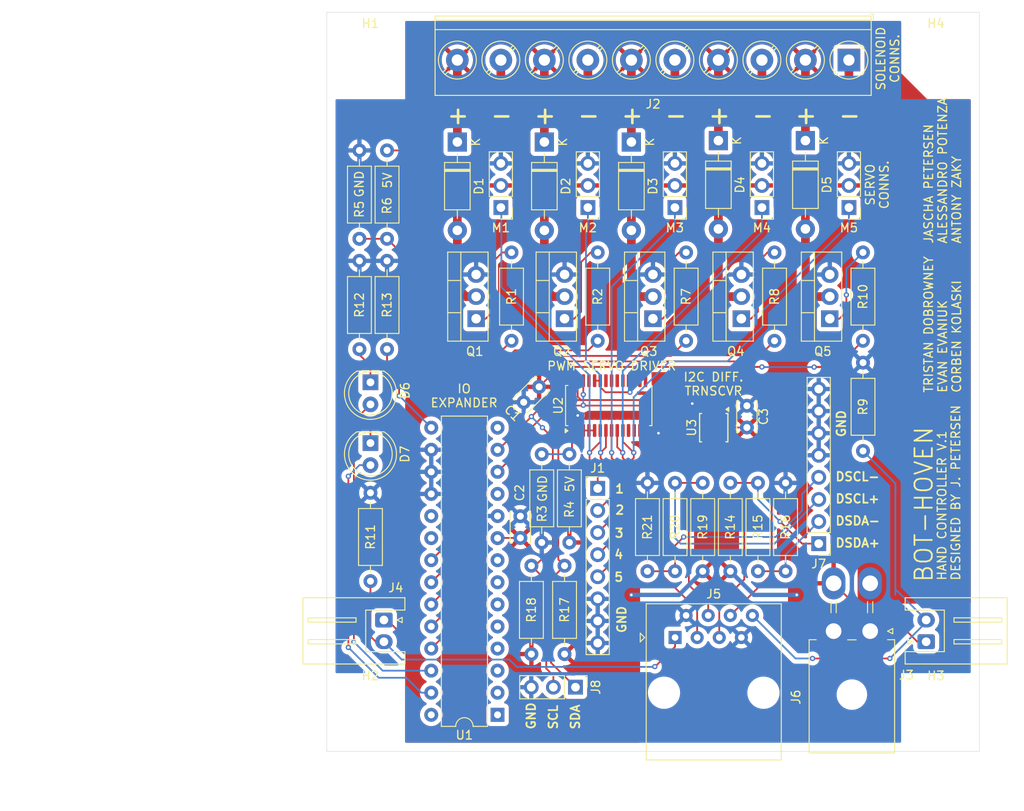
<source format=kicad_pcb>
(kicad_pcb (version 20240108) (generator "pcbnew") (generator_version "8.0")
  (layers (0 "F.Cu" signal) (31 "B.Cu" signal) (34 "B.Paste" user) (35 "F.Paste" user) (36 "B.SilkS" user "B.Silkscreen") (37 "F.SilkS" user "F.Silkscreen") (38 "B.Mask" user) (39 "F.Mask" user) (44 "Edge.Cuts" user))
  (net 0 "")
  (net 1 "+5V")
  (net 2 "GND")
  (net 3 "Net-(D1-A)")
  (net 4 "+12V")
  (net 5 "Net-(D2-A)")
  (net 6 "Net-(D3-A)")
  (net 7 "Net-(D4-A)")
  (net 8 "Net-(D5-A)")
  (net 9 "DSDA-")
  (net 10 "DSCL+")
  (net 11 "DSDA+")
  (net 12 "DSCL-")
  (net 13 "SDA")
  (net 14 "SCL")
  (net 15 "Net-(J1-Pin_1)")
  (net 16 "Net-(J1-Pin_3)")
  (net 17 "Net-(J1-Pin_4)")
  (net 18 "Net-(J1-Pin_2)")
  (net 19 "Net-(J1-Pin_5)")
  (net 20 "Net-(Q1-G)")
  (net 21 "Net-(Q2-G)")
  (net 22 "Net-(Q3-G)")
  (net 23 "Net-(Q4-G)")
  (net 24 "Net-(Q5-G)")
  (net 25 "Net-(U1-GPA0)")
  (net 26 "Net-(U1-GPA1)")
  (net 27 "Net-(U1-GPA2)")
  (net 28 "Net-(U1-GPA3)")
  (net 29 "Net-(U1-GPA4)")
  (net 43 "Net-(U2-A0)")
  (net 44 "Net-(U1-A0)")
  (net 55 "LED1")
  (net 56 "LED2")
  (net 57 "Net-(D6-K)")
  (net 58 "Net-(D7-K)")
  (net 61 "LIMIT_SW_R")
  (net 62 "LIMIT_SW_L")
  (footprint "Connector_PinHeader_2.54mm:PinHeader_1x03_P2.54mm_Vertical" (layer "F.Cu") (at 135 78.96 180)
    (property "Reference" "M1")
    (property "Value" "Motor_Servo")
  )
  (footprint "Package_TO_SOT_THT:TO-220-3_Vertical" (layer "F.Cu") (at 142.32 91.74 90)
    (property "Reference" "Q2")
    (property "Value" "Q_NMOS_GDS")
  )
  (footprint "Connector_PinHeader_2.54mm:PinHeader_1x03_P2.54mm_Vertical" (layer "F.Cu") (at 155 78.96 180)
    (property "Reference" "M3")
    (property "Value" "Motor_Servo")
  )
  (footprint "Resistor_THT:R_Axial_DIN0207_L6.3mm_D2.5mm_P10.16mm_Horizontal" (layer "F.Cu") (at 151.845 120.78 90)
    (property "Reference" "R21")
    (property "Value" "120R")
  )
  (footprint "Connector_JST:JST_XH_S2B-XH-A_1x02_P2.50mm_Horizontal" (layer "F.Cu") (at 121.56 126.385 -90)
    (property "Reference" "J4")
    (property "Value" "Conn_01x02")
  )
  (footprint "Diode_THT:D_DO-41_SOD81_P10.16mm_Horizontal" (layer "F.Cu") (at 140 71.42 -90)
    (property "Reference" "D2")
    (property "Value" "1N5819")
  )
  (footprint "Resistor_THT:R_Axial_DIN0207_L6.3mm_D2.5mm_P10.16mm_Horizontal" (layer "F.Cu") (at 118.745 82.55 90)
    (property "Reference" "R5")
    (property "Value" "0R")
  )
  (footprint "Connector_Molex:Molex_Mini-Fit_Jr_5569-04A2_2x02_P4.20mm_Horizontal" (layer "F.Cu") (at 177.44 127.665 180)
    (property "Reference" "J6")
    (property "Value" "Conn_02x02_Top_Bottom")
  )
  (footprint "Resistor_THT:R_Axial_DIN0207_L6.3mm_D2.5mm_P10.16mm_Horizontal" (layer "F.Cu") (at 167.72 120.78 90)
    (property "Reference" "R16")
    (property "Value" "120R")
  )
  (footprint "Connector_PinHeader_2.54mm:PinHeader_1x03_P2.54mm_Vertical" (layer "F.Cu") (at 165 78.96 180)
    (property "Reference" "M4")
    (property "Value" "Motor_Servo")
  )
  (footprint "Capacitor_THT:C_Disc_D3.4mm_W2.1mm_P2.50mm" (layer "F.Cu") (at 139.393884 99.576117 -135)
    (property "Reference" "C1")
    (property "Value" "0.1uF")
  )
  (footprint "Resistor_THT:R_Axial_DIN0207_L6.3mm_D2.5mm_P10.16mm_Horizontal" (layer "F.Cu") (at 121.92 95.245 90)
    (property "Reference" "R13")
    (property "Value" "330R")
  )
  (footprint "Capacitor_THT:C_Disc_D3.4mm_W2.1mm_P2.50mm" (layer "F.Cu") (at 137.24 116.95 90)
    (property "Reference" "C2")
    (property "Value" "0.1uF")
  )
  (footprint "Resistor_THT:R_Axial_DIN0207_L6.3mm_D2.5mm_P10.16mm_Horizontal" (layer "F.Cu") (at 118.745 95.245 90)
    (property "Reference" "R12")
    (property "Value" "330R")
  )
  (footprint "Connector_PinHeader_2.54mm:PinHeader_1x08_P2.54mm_Vertical" (layer "F.Cu") (at 146.13 111.255)
    (property "Reference" "J1")
    (property "Value" "Conn_01x08")
  )
  (footprint "Resistor_THT:R_Axial_DIN0207_L6.3mm_D2.5mm_P10.16mm_Horizontal" (layer "F.Cu") (at 156.29 94.28 90)
    (property "Reference" "R7")
    (property "Value" "1k")
  )
  (footprint "Diode_THT:D_DO-41_SOD81_P10.16mm_Horizontal" (layer "F.Cu") (at 160 71.26 -90)
    (property "Reference" "D4")
    (property "Value" "1N5819")
  )
  (footprint "Capacitor_THT:C_Disc_D3.4mm_W2.1mm_P2.50mm" (layer "F.Cu") (at 163.275 104.25 90)
    (property "Reference" "C3")
    (property "Value" "0.1uF")
  )
  (footprint "MountingHole:MountingHole_3.2mm_M3" (layer "F.Cu") (at 185 62)
    (property "Reference" "H4")
    (property "Value" "MountingHole")
  )
  (footprint "LED_THT:LED_D5.0mm_Clear" (layer "F.Cu") (at 120.015 99.055 -90)
    (property "Reference" "D6")
    (property "Value" "LED")
  )
  (footprint "LED_THT:LED_D5.0mm_Clear" (layer "F.Cu") (at 120.015 106.04 -90)
    (property "Reference" "D7")
    (property "Value" "LED")
  )
  (footprint "TerminalBlock_Phoenix:TerminalBlock_Phoenix_PT-1,5-10-5.0-H_1x10_P5.00mm_Horizontal" (layer "F.Cu") (at 175 62 180)
    (property "Reference" "J2")
    (property "Value" "Screw_Terminal_01x10")
  )
  (footprint "Connector_PinHeader_2.54mm:PinHeader_1x03_P2.54mm_Vertical" (layer "F.Cu") (at 143.575 134.115 -90)
    (property "Reference" "J8")
    (property "Value" "Conn_01x03")
  )
  (footprint "Connector_PinHeader_2.54mm:PinHeader_1x08_P2.54mm_Vertical" (layer "F.Cu") (at 171.53 117.605 180)
    (property "Reference" "J7")
    (property "Value" "Conn_01x08")
  )
  (footprint "Resistor_THT:R_Axial_DIN0207_L6.3mm_D2.5mm_P10.16mm_Horizontal" (layer "F.Cu") (at 142.875 107.315 -90)
    (property "Reference" "R4")
    (property "Value" "0R")
  )
  (footprint "Diode_THT:D_DO-41_SOD81_P10.16mm_Horizontal" (layer "F.Cu") (at 150 71.42 -90)
    (property "Reference" "D3")
    (property "Value" "1N5819")
  )
  (footprint "Package_TO_SOT_THT:TO-220-3_Vertical" (layer "F.Cu") (at 132.16 91.74 90)
    (property "Reference" "Q1")
    (property "Value" "Q_NMOS_GDS")
  )
  (footprint "Package_TO_SOT_THT:TO-220-3_Vertical" (layer "F.Cu") (at 172.8 91.74 90)
    (property "Reference" "Q5")
    (property "Value" "Q_NMOS_GDS")
  )
  (footprint "Package_DIP:DIP-28_W7.62mm" (layer "F.Cu") (at 134.62 137.29 180)
    (property "Reference" "U1")
    (property "Value" "MCP23017_SP")
  )
  (footprint "MountingHole:MountingHole_3.2mm_M3" (layer "F.Cu") (at 185 137)
    (property "Reference" "H3")
    (property "Value" "MountingHole")
  )
  (footprint "Resistor_THT:R_Axial_DIN0207_L6.3mm_D2.5mm_P10.16mm_Horizontal" (layer "F.Cu") (at 176.61 94.28 90)
    (property "Reference" "R10")
    (property "Value" "1k")
  )
  (footprint "MountingHole:MountingHole_3.2mm_M3" (layer "F.Cu") (at 120 137)
    (property "Reference" "H2")
    (property "Value" "MountingHole")
  )
  (footprint "Resistor_THT:R_Axial_DIN0207_L6.3mm_D2.5mm_P10.16mm_Horizontal" (layer "F.Cu") (at 138.51 120.145 -90)
    (property "Reference" "R18")
    (property "Value" "10kR")
  )
  (footprint "Diode_THT:D_DO-41_SOD81_P10.16mm_Horizontal" (layer "F.Cu") (at 130 71.42 -90)
    (property "Reference" "D1")
    (property "Value" "1N5819")
  )
  (footprint "Resistor_THT:R_Axial_DIN0207_L6.3mm_D2.5mm_P10.16mm_Horizontal" (layer "F.Cu") (at 166.45 94.28 90)
    (property "Reference" "R8")
    (property "Value" "1k")
  )
  (footprint "Package_TO_SOT_THT:TO-220-3_Vertical" (layer "F.Cu") (at 162.64 91.74 90)
    (property "Reference" "Q4")
    (property "Value" "Q_NMOS_GDS")
  )
  (footprint "Resistor_THT:R_Axial_DIN0207_L6.3mm_D2.5mm_P10.16mm_Horizontal" (layer "F.Cu") (at 136.224 94.28 90)
    (property "Reference" "R1")
    (property "Value" "1k")
  )
  (footprint "Resistor_THT:R_Axial_DIN0207_L6.3mm_D2.5mm_P10.16mm_Horizontal" (layer "F.Cu") (at 164.545 110.62 -90)
    (property "Reference" "R15")
    (property "Value" "600R")
  )
  (footprint "Connector_PinHeader_2.54mm:PinHeader_1x03_P2.54mm_Vertical" (layer "F.Cu") (at 175 78.96 180)
    (property "Reference" "M5")
    (property "Value" "Motor_Servo")
  )
  (footprint "Resistor_THT:R_Axial_DIN0207_L6.3mm_D2.5mm_P10.16mm_Horizontal" (layer "F.Cu") (at 139.7 107.315 -90)
    (property "Reference" "R3")
    (property "Value" "0R")
  )
  (footprint "MountingHole:MountingHole_3.2mm_M3" (layer "F.Cu") (at 120 62)
    (property "Reference" "H1")
    (property "Value" "MountingHole")
  )
  (footprint "Resistor_THT:R_Axial_DIN0207_L6.3mm_D2.5mm_P10.16mm_Horizontal" (layer "F.Cu") (at 120.015 111.76 -90)
    (property "Reference" "R11")
    (property "Value" "10k")
  )
  (footprint "Resistor_THT:R_Axial_DIN0207_L6.3mm_D2.5mm_P10.16mm_Horizontal" (layer "F.Cu") (at 158.195 120.78 90)
    (property "Reference" "R19")
    (property "Value" "120R")
  )
  (footprint "Connector_PinHeader_2.54mm:PinHeader_1x03_P2.54mm_Vertical" (layer "F.Cu") (at 145 78.96 180)
    (property "Reference" "M2")
    (property "Value" "Motor_Servo")
  )
  (footprint "Resistor_THT:R_Axial_DIN0207_L6.3mm_D2.5mm_P10.16mm_Horizontal" (layer "F.Cu") (at 155.02 110.62 -90)
    (property "Reference" "R20")
    (property "Value" "600R")
  )
  (footprint "Package_SO:TSSOP-28_4.4x9.7mm_P0.65mm" (layer "F.Cu") (at 147.4 101.73 90)
    (property "Reference" "U2")
    (property "Value" "PCA9685PW")
  )
  (footprint "Resistor_THT:R_Axial_DIN0207_L6.3mm_D2.5mm_P10.16mm_Horizontal" (layer "F.Cu") (at 176.618465 96.789608 -90)
    (property "Reference" "R9")
    (property "Value" "10k")
  )
  (footprint "Diode_THT:D_DO-41_SOD81_P10.16mm_Horizontal" (layer "F.Cu") (at 170 71.26 -90)
    (property "Reference" "D5")
    (property "Value" "1N5819")
  )
  (footprint "Resistor_THT:R_Axial_DIN0207_L6.3mm_D2.5mm_P10.16mm_Horizontal" (layer "F.Cu") (at 161.37 120.78 90)
    (property "Reference" "R14")
    (property "Value" "120R")
  )
  (footprint "Resistor_THT:R_Axial_DIN0207_L6.3mm_D2.5mm_P10.16mm_Horizontal" (layer "F.Cu") (at 142.32 130.305 90)
    (property "Reference" "R17")
    (property "Value" "10kR")
  )
  (footprint "Package_SO:TSSOP-10_3x3mm_P0.5mm" (layer "F.Cu") (at 159.465 104.27 -90)
    (property "Reference" "U3")
    (property "Value" "PCA9615DP")
  )
  (footprint "Package_TO_SOT_THT:TO-220-3_Vertical" (layer "F.Cu") (at 152.48 91.74 90)
    (property "Reference" "Q3")
    (property "Value" "Q_NMOS_GDS")
  )
  (footprint "Connector_RJ:RJ45_Amphenol_54602-x08_Horizontal" (layer "F.Cu") (at 155.02 128.4)
    (property "Reference" "J5")
    (property "Value" "8P8C_Shielded")
  )
  (footprint "Connector_JST:JST_XH_S2B-XH-A_1x02_P2.50mm_Horizontal" (layer "F.Cu") (at 183.875 128.885 90)
    (property "Reference" "J3")
    (property "Value" "Conn_01x02")
  )
  (footprint "Resistor_THT:R_Axial_DIN0207_L6.3mm_D2.5mm_P10.16mm_Horizontal" (layer "F.Cu") (at 146.13 94.28 90)
    (property "Reference" "R2")
    (property "Value" "1k")
  )
  (footprint "Resistor_THT:R_Axial_DIN0207_L6.3mm_D2.5mm_P10.16mm_Horizontal" (layer "F.Cu") (at 121.92 82.55 90)
    (property "Reference" "R6")
    (property "Value" "0R")
  )
  (gr_rect (start 115 56.5) (end 190 141.5) (stroke (width 0.05)) (fill none) (layer "Edge.Cuts"))
  (gr_text "+" (at 148.675696 69.500001 0) (layer "F.SilkS") (effects (font (size 2 2) (thickness 0.3)) (justify left bottom)))
  (gr_text "I2C DIFF.\nTRNSCVR" (at 159.437437 100.640164 0) (layer "F.SilkS") (effects (font (size 1 1)) (justify bottom)))
  (gr_text "GND" (at 139.065 139.065 90) (layer "F.SilkS") (effects (font (size 1 1) (thickness 0.2) (bold yes)) (justify left bottom)))
  (gr_text "DSCL+" (at 173.355 113.03 0) (layer "F.SilkS") (effects (font (size 1 1) (thickness 0.2) (bold yes)) (justify left bottom)))
  (gr_text "-" (at 143.663279 69.499998 0) (layer "F.SilkS") (effects (font (size 2 2) (thickness 0.3)) (justify left bottom)))
  (gr_text "+" (at 128.64918 69.5 0) (layer "F.SilkS") (effects (font (size 2 2) (thickness 0.3)) (justify left bottom)))
  (gr_text "DSDA+" (at 173.355 118.11 0) (layer "F.SilkS") (effects (font (size 1 1) (thickness 0.2) (bold yes)) (justify left bottom)))
  (gr_text "-" (at 133.659953 69.499999 0) (layer "F.SilkS") (effects (font (size 2 2) (thickness 0.3)) (justify left bottom)))
  (gr_text "+" (at 168.645905 69.5 0) (layer "F.SilkS") (effects (font (size 2 2) (thickness 0.3)) (justify left bottom)))
  (gr_text "GND" (at 149.480729 127.980322 90) (layer "F.SilkS") (effects (font (size 1 1) (thickness 0.2) (bold yes)) (justify left bottom)))
  (gr_text "PWM SERVO DRIVER" (at 147.742791 97.761482 0) (layer "F.SilkS") (effects (font (size 1 1)) (justify bottom)))
  (gr_text "-" (at 153.686469 69.5 0) (layer "F.SilkS") (effects (font (size 2 2) (thickness 0.3)) (justify left bottom)))
  (gr_text "SERVO\nCONNS." (at 179.639249 76.339844 90) (layer "F.SilkS") (effects (font (size 1 1)) (justify bottom)))
  (gr_text "SCL" (at 141.605 139.065 90) (layer "F.SilkS") (effects (font (size 1 1) (thickness 0.2) (bold yes)) (justify left bottom)))
  (gr_text "2" (at 148.063323 114.325944 0) (layer "F.SilkS") (effects (font (size 1 1) (thickness 0.2) (bold yes)) (justify left bottom)))
  (gr_text "DSDA-" (at 173.355 115.57 0) (layer "F.SilkS") (effects (font (size 1 1) (thickness 0.2) (bold yes)) (justify left bottom)))
  (gr_text "GND" (at 140.370483 112.895653 90) (layer "F.SilkS") (effects (font (size 1 1)) (justify left bottom)))
  (gr_text "+" (at 158.679022 69.5 0) (layer "F.SilkS") (effects (font (size 2 2) (thickness 0.3)) (justify left bottom)))
  (gr_text "5V" (at 143.51 111.76 90) (layer "F.SilkS") (effects (font (size 1 1)) (justify left bottom)))
  (gr_text "-" (at 173.656678 69.499999 0) (layer "F.SilkS") (effects (font (size 2 2) (thickness 0.3)) (justify left bottom)))
  (gr_text "TRISTAN DOBROWNEY\nEVAN EVANIUK\nCORBEN KOLASKI" (at 187.96 100.33 90) (layer "F.SilkS") (effects (font (size 1 1)) (justify left bottom)))
  (gr_text "HAND CONTROLLER V.1" (at 186.275013 121.92 90) (layer "F.SilkS") (effects (font (size 1 1)) (justify left bottom)))
  (gr_text "+" (at 138.652506 69.499999 0) (layer "F.SilkS") (effects (font (size 2 2) (thickness 0.3)) (justify left bottom)))
  (gr_text "5V" (at 122.555 76.835 90) (layer "F.SilkS") (effects (font (size 1 1)) (justify left bottom)))
  (gr_text "1" (at 148.035 111.89 0) (layer "F.SilkS") (effects (font (size 1 1) (thickness 0.2) (bold yes)) (justify left bottom)))
  (gr_text "3" (at 147.989621 116.97924 0) (layer "F.SilkS") (effects (font (size 1 1) (thickness 0.2) (bold yes)) (justify left bottom)))
  (gr_text "5" (at 147.940486 122.040156 0) (layer "F.SilkS") (effects (font (size 1 1) (thickness 0.2) (bold yes)) (justify left bottom)))
  (gr_text "-" (at 163.689795 69.499999 0) (layer "F.SilkS") (effects (font (size 2 2) (thickness 0.3)) (justify left bottom)))
  (gr_text "GND" (at 174.712164 105.458665 90) (layer "F.SilkS") (effects (font (size 1 1) (thickness 0.2) (bold yes)) (justify left bottom)))
  (gr_text "4" (at 147.940486 119.435995 0) (layer "F.SilkS") (effects (font (size 1 1) (thickness 0.2) (bold yes)) (justify left bottom)))
  (gr_text "BOT-HOVEN" (at 184.785 122.17252 90) (layer "F.SilkS") (effects (font (size 2 2) (thickness 0.2) (bold yes)) (justify left bottom)))
  (gr_text "GND" (at 119.312427 77.875722 90) (layer "F.SilkS") (effects (font (size 1 1)) (justify left bottom)))
  (gr_text "IO\nEXPANDER" (at 130.780558 101.999084 0) (layer "F.SilkS") (effects (font (size 1 1)) (justify bottom)))
  (gr_text "JASCHA PETERSEN\nALESSANDRO POTENZA\nANTONY ZAKY" (at 187.96 83.185 90) (layer "F.SilkS") (effects (font (size 1 1)) (justify left bottom)))
  (gr_text "DSCL-" (at 173.355 110.49 0) (layer "F.SilkS") (effects (font (size 1 1) (thickness 0.2) (bold yes)) (justify left bottom)))
  (gr_text "SOLENOID\nCONNS." (at 180.859148 61.825574 90) (layer "F.SilkS") (effects (font (size 1 1)) (justify bottom)))
  (gr_text "SDA" (at 144.145 139.065 90) (layer "F.SilkS") (effects (font (size 1 1) (thickness 0.2) (bold yes)) (justify left bottom)))
  (gr_text "DESIGNED BY J. PETERSEN\n" (at 187.861665 121.92 90) (layer "F.SilkS") (effects (font (size 1 1)) (justify left bottom)))
  (segment (start 182.86 128.885) (end 179.07 125.095) (width 0.2) (layer "F.Cu") (net 1))
  (segment (start 123.801581 128.246581) (end 124.018956 128.246581) (width 0.2) (layer "F.Cu") (net 1))
  (segment (start 161.35 104.25) (end 160.465 103.365) (width 0.2) (layer "F.Cu") (net 1))
  (segment (start 141.685 98.555) (end 140.415 98.555) (width 0.2) (layer "F.Cu") (net 1))
  (segment (start 142.8625 98.555) (end 143.175 98.8675) (width 0.2) (layer "F.Cu") (net 1))
  (segment (start 121.56 126.385) (end 121.94 126.385) (width 0.2) (layer "F.Cu") (net 1))
  (segment (start 141.685 98.555) (end 142.8625 98.555) (width 0.2) (layer "F.Cu") (net 1))
  (segment (start 124.355866 72.39) (end 124.359377 72.386489) (width 0.2) (layer "F.Cu") (net 1))
  (segment (start 163.91 104.25) (end 161.35 104.25) (width 0.2) (layer "F.Cu") (net 1))
  (segment (start 121.92 72.39) (end 124.355866 72.39) (width 0.2) (layer "F.Cu") (net 1))
  (segment (start 160.465 105.175) (end 160.465 106.42) (width 0.2) (layer "F.Cu") (net 1))
  (segment (start 159.465 102.12) (end 159.465 102.895) (width 0.2) (layer "F.Cu") (net 1))
  (segment (start 161.35 104.29) (end 160.465 105.175) (width 0.2) (layer "F.Cu") (net 1))
  (segment (start 121.94 126.385) (end 123.801581 128.246581) (width 0.2) (layer "F.Cu") (net 1))
  (segment (start 137.24 116.95) (end 134.64 116.95) (width 0.2) (layer "F.Cu") (net 1))
  (segment (start 160.465 103.365) (end 160.465 102.12) (width 0.2) (layer "F.Cu") (net 1))
  (segment (start 179.07 125.095) (end 176.17 125.095) (width 0.2) (layer "F.Cu") (net 1))
  (segment (start 159.935 103.365) (end 160.465 103.365) (width 0.2) (layer "F.Cu") (net 1))
  (segment (start 134.64 116.95) (end 134.62 116.97) (width 0.2) (layer "F.Cu") (net 1))
  (segment (start 159.465 102.895) (end 159.935 103.365) (width 0.2) (layer "F.Cu") (net 1))
  (segment (start 176.17 125.095) (end 173.24 122.165) (width 0.2) (layer "F.Cu") (net 1))
  (segment (start 183.875 128.885) (end 182.86 128.885) (width 0.2) (layer "F.Cu") (net 1))
  (segment (start 161.35 104.25) (end 161.35 104.29) (width 0.2) (layer "F.Cu") (net 1))
  (segment (start 140.415 98.555) (end 140.028884 98.941116) (width 0.2) (layer "F.Cu") (net 1))
  (via (at 169 123.5) (size 0.6) (drill 0.3) (layers "F.Cu" "B.Cu") (net 1))
  (via (at 150 123.5) (size 0.6) (drill 0.3) (layers "F.Cu" "B.Cu") (net 1))
  (segment (start 150 123.5) (end 155.475 123.5) (width 0.5) (layer "B.Cu") (net 1))
  (segment (start 155.475 123.5) (end 158.195 120.78) (width 0.5) (layer "B.Cu") (net 1))
  (segment (start 164.09 123.5) (end 169 123.5) (width 0.5) (layer "B.Cu") (net 1))
  (segment (start 161.37 120.78) (end 164.09 123.5) (width 0.5) (layer "B.Cu") (net 1))
  (segment (start 134.64 114.45) (end 134.62 114.43) (width 0.2) (layer "F.Cu") (net 2))
  (segment (start 144.475 104.5925) (end 145.125 104.5925) (width 0.2) (layer "F.Cu") (net 2))
  (segment (start 143.833019 104.584481) (end 143.825 104.5925) (width 0.2) (layer "F.Cu") (net 2))
  (segment (start 157 101.5) (end 157.62 102.12) (width 0.2) (layer "F.Cu") (net 2))
  (segment (start 146.425 99.604999) (end 146.425 98.8675) (width 0.2) (layer "F.Cu") (net 2))
  (segment (start 145.800732 98.893232) (end 145.775 98.8675) (width 0.2) (layer "F.Cu") (net 2))
  (segment (start 153.115 104.905) (end 151.9375 104.905) (width 0.2) (layer "F.Cu") (net 2))
  (segment (start 145.125 104.5925) (end 145.775 104.5925) (width 0.2) (layer "F.Cu") (net 2))
  (segment (start 143.825 104.5925) (end 144.475 104.5925) (width 0.2) (layer "F.Cu") (net 2))
  (segment (start 143.833019 102.867257) (end 143.833019 104.584481) (width 0.2) (layer "F.Cu") (net 2))
  (segment (start 157.62 102.12) (end 158.465 102.12) (width 0.2) (layer "F.Cu") (net 2))
  (segment (start 149.836655 100.197653) (end 147.017654 100.197653) (width 0.2) (layer "F.Cu") (net 2))
  (segment (start 151.9375 104.905) (end 151.625 104.5925) (width 0.2) (layer "F.Cu") (net 2))
  (segment (start 147.017654 100.197653) (end 146.425 99.604999) (width 0.2) (layer "F.Cu") (net 2))
  (segment (start 145.775 98.8675) (end 146.425 98.8675) (width 0.2) (layer "F.Cu") (net 2))
  (via (at 157 101.5) (size 0.6) (drill 0.3) (layers "F.Cu" "B.Cu") (net 2))
  (via (at 143.833019 102.867257) (size 0.6) (drill 0.3) (layers "F.Cu" "B.Cu") (net 2))
  (via (at 149.836655 100.197653) (size 0.6) (drill 0.3) (layers "F.Cu" "B.Cu") (net 2))
  (via (at 153.115 104.905) (size 0.6) (drill 0.3) (layers "F.Cu" "B.Cu") (net 2))
  (segment (start 130 88.21) (end 130 81.58) (width 1) (layer "F.Cu") (net 3))
  (segment (start 135 70.21) (end 135 62) (width 1) (layer "F.Cu") (net 3))
  (segment (start 132.16 89.2) (end 130.99 89.2) (width 1) (layer "F.Cu") (net 3))
  (segment (start 130 75.21) (end 135 70.21) (width 1) (layer "F.Cu") (net 3))
  (segment (start 130 81.58) (end 130 75.21) (width 1) (layer "F.Cu") (net 3))
  (segment (start 130.99 89.2) (end 130 88.21) (width 1) (layer "F.Cu") (net 3))
  (segment (start 140 71.42) (end 140 62) (width 1) (layer "F.Cu") (net 4))
  (segment (start 160 71.26) (end 160 62) (width 1) (layer "F.Cu") (net 4))
  (segment (start 170 71.26) (end 170 62) (width 1) (layer "F.Cu") (net 4))
  (segment (start 150 71.42) (end 150 62) (width 1) (layer "F.Cu") (net 4))
  (segment (start 130 71.42) (end 130 62) (width 1) (layer "F.Cu") (net 4))
  (segment (start 142.32 89.2) (end 140.99 89.2) (width 1) (layer "F.Cu") (net 5))
  (segment (start 145 70.21) (end 145 62) (width 1) (layer "F.Cu") (net 5))
  (segment (start 140 75.21) (end 145 70.21) (width 1) (layer "F.Cu") (net 5))
  (segment (start 140 81.58) (end 140 75.21) (width 1) (layer "F.Cu") (net 5))
  (segment (start 140 88.21) (end 140 81.58) (width 1) (layer "F.Cu") (net 5))
  (segment (start 140.99 89.2) (end 140 88.21) (width 1) (layer "F.Cu") (net 5))
  (segment (start 152.48 89.2) (end 150.99 89.2) (width 1) (layer "F.Cu") (net 6))
  (segment (start 155 70.21) (end 155 62) (width 1) (layer "F.Cu") (net 6))
  (segment (start 150.99 89.2) (end 150 88.21) (width 1) (layer "F.Cu") (net 6))
  (segment (start 150 75.21) (end 155 70.21) (width 1) (layer "F.Cu") (net 6))
  (segment (start 150 88.21) (end 150 81.58) (width 1) (layer "F.Cu") (net 6))
  (segment (start 150 81.58) (end 150 75.21) (width 1) (layer "F.Cu") (net 6))
  (segment (start 160 88.21) (end 160 81.42) (width 1) (layer "F.Cu") (net 7))
  (segment (start 162.64 89.2) (end 160.99 89.2) (width 1) (layer "F.Cu") (net 7))
  (segment (start 160 81.58) (end 160 75.21) (width 1) (layer "F.Cu") (net 7))
  (segment (start 160.99 89.2) (end 160 88.21) (width 1) (layer "F.Cu") (net 7))
  (segment (start 165 70.21) (end 165 62) (width 1) (layer "F.Cu") (net 7))
  (segment (start 160 75.21) (end 165 70.21) (width 1) (layer "F.Cu") (net 7))
  (segment (start 170 81.58) (end 170 75.21) (width 1) (layer "F.Cu") (net 8))
  (segment (start 170 88.21) (end 170 81.42) (width 1) (layer "F.Cu") (net 8))
  (segment (start 175 70.21) (end 175 62) (width 1) (layer "F.Cu") (net 8))
  (segment (start 170.99 89.2) (end 170 88.21) (width 1) (layer "F.Cu") (net 8))
  (segment (start 172.8 89.2) (end 170.99 89.2) (width 1) (layer "F.Cu") (net 8))
  (segment (start 170 75.21) (end 175 70.21) (width 1) (layer "F.Cu") (net 8))
  (segment (start 164.545 120.78) (end 166.130146 120.78) (width 0.2) (layer "F.Cu") (net 9))
  (segment (start 160.85 108.08) (end 159.965 107.195) (width 0.2) (layer "F.Cu") (net 9))
  (segment (start 167.72 120.78) (end 166.130146 120.78) (width 0.2) (layer "F.Cu") (net 9))
  (segment (start 159.965 107.195) (end 159.965 106.42) (width 0.2) (layer "F.Cu") (net 9))
  (segment (start 166.130146 109.665146) (end 164.545 108.08) (width 0.2) (layer "F.Cu") (net 9))
  (segment (start 166.130146 120.78) (end 166.130146 109.665146) (width 0.2) (layer "F.Cu") (net 9))
  (segment (start 164.545 108.08) (end 160.85 108.08) (width 0.2) (layer "F.Cu") (net 9))
  (segment (start 161.37 125.86) (end 166.130146 121.099854) (width 0.2) (layer "F.Cu") (net 9))
  (segment (start 166.130146 121.099854) (end 166.130146 120.78) (width 0.2) (layer "F.Cu") (net 9))
  (segment (start 171.53 115.065) (end 167.72 118.875) (width 0.2) (layer "B.Cu") (net 9))
  (segment (start 167.72 118.875) (end 167.72 120.78) (width 0.2) (layer "B.Cu") (net 9))
  (segment (start 158.83 124.59) (end 158.83 125.86) (width 0.2) (layer "F.Cu") (net 10))
  (segment (start 155.02 110.62) (end 156.614031 110.62) (width 0.2) (layer "F.Cu") (net 10))
  (segment (start 158.965 107.31) (end 156.605146 109.669854) (width 0.2) (layer "F.Cu") (net 10))
  (segment (start 158.965 106.42) (end 158.965 107.31) (width 0.2) (layer "F.Cu") (net 10))
  (segment (start 156.605146 110.628885) (end 156.605146 122.365146) (width 0.2) (layer "F.Cu") (net 10))
  (segment (start 156.614031 110.62) (end 156.925 110.62) (width 0.2) (layer "F.Cu") (net 10))
  (segment (start 156.605146 122.365146) (end 158.83 124.59) (width 0.2) (layer "F.Cu") (net 10))
  (segment (start 156.605146 109.669854) (end 156.605146 110.628885) (width 0.2) (layer "F.Cu") (net 10))
  (segment (start 156.614031 110.62) (end 156.605146 110.628885) (width 0.2) (layer "F.Cu") (net 10))
  (segment (start 156.925 110.62) (end 158.195 110.62) (width 0.2) (layer "F.Cu") (net 10))
  (segment (start 155.02 116.97) (end 155.02 110.62) (width 0.2) (layer "B.Cu") (net 10))
  (segment (start 155.655 117.605) (end 155.02 116.97) (width 0.2) (layer "B.Cu") (net 10))
  (segment (start 166.45 117.605) (end 155.655 117.605) (width 0.2) (layer "B.Cu") (net 10))
  (segment (start 171.53 112.525) (end 166.45 117.605) (width 0.2) (layer "B.Cu") (net 10))
  (segment (start 162.971592 121.718408) (end 162.971592 110.62) (width 0.2) (layer "F.Cu") (net 11))
  (segment (start 159.465 107.445) (end 160.735 108.715) (width 0.2) (layer "F.Cu") (net 11))
  (segment (start 160.735 108.715) (end 162.005 108.715) (width 0.2) (layer "F.Cu") (net 11))
  (segment (start 160.1 128.4) (end 160.1 124.59) (width 0.2) (layer "F.Cu") (net 11))
  (segment (start 159.465 106.42) (end 159.465 107.445) (width 0.2) (layer "F.Cu") (net 11))
  (segment (start 169.625 117.605) (end 167.72 115.7) (width 0.2) (layer "F.Cu") (net 11))
  (segment (start 171.53 117.605) (end 169.625 117.605) (width 0.2) (layer "F.Cu") (net 11))
  (segment (start 162.005 108.715) (end 162.971592 109.681592) (width 0.2) (layer "F.Cu") (net 11))
  (segment (start 162.971592 109.681592) (end 162.971592 110.62) (width 0.2) (layer "F.Cu") (net 11))
  (segment (start 162.971592 110.62) (end 164.545 110.62) (width 0.2) (layer "F.Cu") (net 11))
  (segment (start 167.72 115.7) (end 167.085 115.065) (width 0.2) (layer "F.Cu") (net 11))
  (segment (start 161.37 110.62) (end 162.971592 110.62) (width 0.2) (layer "F.Cu") (net 11))
  (segment (start 160.1 124.59) (end 162.971592 121.718408) (width 0.2) (layer "F.Cu") (net 11))
  (via (at 167.085 115.065) (size 0.6) (drill 0.3) (layers "F.Cu" "B.Cu") (net 11))
  (segment (start 167.085 115.065) (end 164.545 112.525) (width 0.2) (layer "B.Cu") (net 11))
  (segment (start 164.545 112.525) (end 164.545 110.62) (width 0.2) (layer "B.Cu") (net 11))
  (segment (start 153.75 120.78) (end 153.4568 120.78) (width 0.2) (layer "F.Cu") (net 12))
  (segment (start 156.005146 116.84) (end 155.02 117.825146) (width 0.2) (layer "F.Cu") (net 12))
  (segment (start 157.56 125.225) (end 153.4568 121.1218) (width 0.2) (layer "F.Cu") (net 12))
  (segment (start 155.02 120.78) (end 153.75 120.78) (width 0.2) (layer "F.Cu") (net 12))
  (segment (start 157.56 108.08) (end 158.465 107.175) (width 0.2) (layer "F.Cu") (net 12))
  (segment (start 157.56 128.4) (end 157.56 125.225) (width 0.2) (layer "F.Cu") (net 12))
  (segment (start 153.4568 109.6432) (end 155.02 108.08) (width 0.2) (layer "F.Cu") (net 12))
  (segment (start 153.4568 120.78) (end 153.4568 109.6432) (width 0.2) (layer "F.Cu") (net 12))
  (segment (start 153.75 120.78) (end 151.845 120.78) (width 0.2) (layer "F.Cu") (net 12))
  (segment (start 155.02 108.08) (end 157.56 108.08) (width 0.2) (layer "F.Cu") (net 12))
  (segment (start 155.02 117.825146) (end 155.02 120.78) (width 0.2) (layer "F.Cu") (net 12))
  (segment (start 153.4568 121.1218) (end 153.4568 120.78) (width 0.2) (layer "F.Cu") (net 12))
  (segment (start 158.465 107.175) (end 158.465 106.42) (width 0.2) (layer "F.Cu") (net 12))
  (via (at 156.005146 116.84) (size 0.6) (drill 0.3) (layers "F.Cu" "B.Cu") (net 12))
  (segment (start 169.625 113.795) (end 169.625 111.89) (width 0.2) (layer "B.Cu") (net 12))
  (segment (start 156.005146 116.84) (end 166.58 116.84) (width 0.2) (layer "B.Cu") (net 12))
  (segment (start 169.625 111.89) (end 171.53 109.985) (width 0.2) (layer "B.Cu") (net 12))
  (segment (start 166.58 116.84) (end 169.625 113.795) (width 0.2) (layer "B.Cu") (net 12))
  (segment (start 142.32 120.145) (end 140.750894 121.714106) (width 0.2) (layer "F.Cu") (net 13))
  (segment (start 141.605 106.095) (end 141.605 119.43) (width 0.2) (layer "F.Cu") (net 13))
  (segment (start 140.415 101.095) (end 138.51 103) (width 0.2) (layer "F.Cu") (net 13))
  (segment (start 144.225 101.095) (end 140.415 101.095) (width 0.2) (layer "F.Cu") (net 13))
  (segment (start 138.51 103) (end 134.7 106.81) (width 0.2) (layer "F.Cu") (net 13))
  (segment (start 143.825 98.8675) (end 143.825 100.695) (width 0.2) (layer "F.Cu") (net 13))
  (segment (start 140.750894 121.714106) (end 140.750894 131.290894) (width 0.2) (layer "F.Cu") (net 13))
  (segment (start 152.7975 100.7775) (end 152.48 101.095) (width 0.2) (layer "F.Cu") (net 13))
  (segment (start 139.78 104.27) (end 141.605 106.095) (width 0.2) (layer "F.Cu") (net 13))
  (segment (start 143.825 100.695) (end 144.225 101.095) (width 0.2) (layer "F.Cu") (net 13))
  (segment (start 140.750894 131.290894) (end 143.575 134.115) (width 0.2) (layer "F.Cu") (net 13))
  (segment (start 159.965 100.96) (end 158.91 99.905) (width 0.2) (layer "F.Cu") (net 13))
  (segment (start 141.605 119.43) (end 142.32 120.145) (width 0.2) (layer "F.Cu") (net 13))
  (segment (start 159.965 102.465) (end 160 102.5) (width 0.2) (layer "F.Cu") (net 13))
  (segment (start 159.965 102.12) (end 159.965 100.96) (width 0.2) (layer "F.Cu") (net 13))
  (segment (start 152.48 101.095) (end 144.225 101.095) (width 0.2) (layer "F.Cu") (net 13))
  (segment (start 158.91 99.905) (end 153.67 99.905) (width 0.2) (layer "F.Cu") (net 13))
  (segment (start 134.7 106.81) (end 134.62 106.81) (width 0.2) (layer "F.Cu") (net 13))
  (segment (start 153.67 99.905) (end 152.7975 100.7775) (width 0.2) (layer "F.Cu") (net 13))
  (via (at 138.51 103) (size 0.6) (drill 0.3) (layers "F.Cu" "B.Cu") (net 13))
  (via (at 139.78 104.27) (size 0.6) (drill 0.3) (layers "F.Cu" "B.Cu") (net 13))
  (segment (start 139.78 104.27) (end 138.51 103) (width 0.2) (layer "B.Cu") (net 13))
  (segment (start 136.605 107.365) (end 134.62 109.35) (width 0.2) (layer "F.Cu") (net 14))
  (segment (start 152.48 101.73) (end 153.75 100.46) (width 0.2) (layer "F.Cu") (net 14))
  (segment (start 153.75 100.46) (end 158.195 100.46) (width 0.2) (layer "F.Cu") (net 14))
  (segment (start 136.605 106.175) (end 136.605 107.365) (width 0.2) (layer "F.Cu") (net 14))
  (segment (start 140.97 118.11) (end 140.97 106.68) (width 0.2) (layer "F.Cu") (net 14))
  (segment (start 144.473318 101.695) (end 144.508318 101.73) (width 0.2) (layer "F.Cu") (net 14))
  (segment (start 140.97 106.68) (end 138.56 104.27) (width 0.2) (layer "F.Cu") (net 14))
  (segment (start 144.473318 100.46) (end 144.473318 98.869182) (width 0.2) (layer "F.Cu") (net 14))
  (segment (start 138.935 120.145) (end 140.97 118.11) (width 0.2) (layer "F.Cu") (net 14))
  (segment (start 144.473318 101.695) (end 144.438318 101.73) (width 0.2) (layer "F.Cu") (net 14))
  (segment (start 138.51 120.145) (end 138.935 120.145) (width 0.2) (layer "F.Cu") (net 14))
  (segment (start 144.438318 101.73) (end 141.05 101.73) (width 0.2) (layer "F.Cu") (net 14))
  (segment (start 140.217398 121.852398) (end 138.51 120.145) (width 0.2) (layer "F.Cu") (net 14))
  (segment (start 144.473318 98.869182) (end 144.475 98.8675) (width 0.2) (layer "F.Cu") (net 14))
  (segment (start 158.195 100.46) (end 158.965 101.23) (width 0.2) (layer "F.Cu") (net 14))
  (segment (start 141.035 132.78) (end 140.217398 131.962398) (width 0.2) (layer "F.Cu") (net 14))
  (segment (start 144.508318 101.73) (end 152.48 101.73) (width 0.2) (layer "F.Cu") (net 14))
  (segment (start 141.05 101.73) (end 138.51 104.27) (width 0.2) (layer "F.Cu") (net 14))
  (segment (start 141.035 134.115) (end 141.035 132.78) (width 0.2) (layer "F.Cu") (net 14))
  (segment (start 138.56 104.27) (end 138.51 104.27) (width 0.2) (layer "F.Cu") (net 14))
  (segment (start 140.217398 131.962398) (end 140.217398 121.852398) (width 0.2) (layer "F.Cu") (net 14))
  (segment (start 138.51 104.27) (end 136.605 106.175) (width 0.2) (layer "F.Cu") (net 14))
  (segment (start 158.965 101.23) (end 158.965 102.12) (width 0.2) (layer "F.Cu") (net 14))
  (via (at 144.473318 101.695) (size 0.6) (drill 0.3) (layers "F.Cu" "B.Cu") (net 14))
  (via (at 144.473318 100.46) (size 0.6) (drill 0.3) (layers "F.Cu" "B.Cu") (net 14))
  (segment (start 144.473318 101.695) (end 144.473318 100.46) (width 0.2) (layer "B.Cu") (net 14))
  (segment (start 145.192733 107.140269) (end 146.425 105.908002) (width 0.2) (layer "F.Cu") (net 15))
  (segment (start 146.425 105.908002) (end 146.425 104.5925) (width 0.2) (layer "F.Cu") (net 15))
  (segment (start 146.13 109.35) (end 146.13 111.255) (width 0.2) (layer "F.Cu") (net 15))
  (segment (start 145.192733 108.412733) (end 146.13 109.35) (width 0.2) (layer "F.Cu") (net 15))
  (segment (start 145.192733 107.140269) (end 145.192733 108.412733) (width 0.2) (layer "F.Cu") (net 15))
  (via (at 145.192733 107.140269) (size 0.6) (drill 0.3) (layers "F.Cu" "B.Cu") (net 15))
  (segment (start 145.192733 98.252733) (end 135.059778 88.119778) (width 0.2) (layer "B.Cu") (net 15))
  (segment (start 145.192733 107.140269) (end 145.192733 98.252733) (width 0.2) (layer "B.Cu") (net 15))
  (segment (start 135.059778 79.019778) (end 135 78.96) (width 0.2) (layer "B.Cu") (net 15))
  (segment (start 135.059778 88.119778) (end 135.059778 79.019778) (width 0.2) (layer "B.Cu") (net 15))
  (segment (start 147.732733 107.140269) (end 147.732733 107.776501) (width 0.2) (layer "F.Cu") (net 16))
  (segment (start 148.67 113.795) (end 146.13 116.335) (width 0.2) (layer "F.Cu") (net 16))
  (segment (start 147.725 107.132536) (end 147.725 104.5925) (width 0.2) (layer "F.Cu") (net 16))
  (segment (start 147.732733 107.776501) (end 148.67 108.713768) (width 0.2) (layer "F.Cu") (net 16))
  (segment (start 147.732733 107.140269) (end 147.725 107.132536) (width 0.2) (layer "F.Cu") (net 16))
  (segment (start 148.67 108.713768) (end 148.67 113.795) (width 0.2) (layer "F.Cu") (net 16))
  (via (at 147.732733 107.140269) (size 0.6) (drill 0.3) (layers "F.Cu" "B.Cu") (net 16))
  (segment (start 147.732733 107.140269) (end 147.732733 88.062267) (width 0.2) (layer "B.Cu") (net 16))
  (segment (start 155 80.795) (end 155 78.96) (width 0.2) (layer "B.Cu") (net 16))
  (segment (start 147.732733 88.062267) (end 155 80.795) (width 0.2) (layer "B.Cu") (net 16))
  (segment (start 149.305 115.7) (end 146.13 118.875) (width 0.2) (layer "F.Cu") (net 17))
  (segment (start 149.002733 107.140269) (end 148.375 106.512536) (width 0.2) (layer "F.Cu") (net 17))
  (segment (start 149.305 108.049534) (end 149.305 115.7) (width 0.2) (layer "F.Cu") (net 17))
  (segment (start 149.002733 107.747267) (end 149.305 108.049534) (width 0.2) (layer "F.Cu") (net 17))
  (segment (start 148.375 106.512536) (end 148.375 104.5925) (width 0.2) (layer "F.Cu") (net 17))
  (segment (start 149.002733 107.140269) (end 149.002733 107.747267) (width 0.2) (layer "F.Cu") (net 17))
  (via (at 149.002733 107.140269) (size 0.6) (drill 0.3) (layers "F.Cu" "B.Cu") (net 17))
  (segment (start 149.002733 97.747774) (end 165 81.750507) (width 0.2) (layer "B.Cu") (net 17))
  (segment (start 165 81.750507) (end 165 78.96) (width 0.2) (layer "B.Cu") (net 17))
  (segment (start 149.002733 107.140269) (end 149.002733 97.747774) (width 0.2) (layer "B.Cu") (net 17))
  (segment (start 146.462733 107.140269) (end 146.462733 107.777733) (width 0.2) (layer "F.Cu") (net 18))
  (segment (start 146.462733 107.140269) (end 147.075 106.528002) (width 0.2) (layer "F.Cu") (net 18))
  (segment (start 146.462733 107.777733) (end 148.035 109.35) (width 0.2) (layer "F.Cu") (net 18))
  (segment (start 148.035 109.35) (end 148.035 111.89) (width 0.2) (layer "F.Cu") (net 18))
  (segment (start 147.075 106.528002) (end 147.075 104.5925) (width 0.2) (layer "F.Cu") (net 18))
  (segment (start 148.035 111.89) (end 146.13 113.795) (width 0.2) (layer "F.Cu") (net 18))
  (via (at 146.462733 107.140269) (size 0.6) (drill 0.3) (layers "F.Cu" "B.Cu") (net 18))
  (segment (start 145 81.27) (end 145 78.96) (width 0.2) (layer "B.Cu") (net 18))
  (segment (start 144.78 96.57) (end 144.78 81.49) (width 0.2) (layer "B.Cu") (net 18))
  (segment (start 146.462733 98.252733) (end 144.78 96.57) (width 0.2) (layer "B.Cu") (net 18))
  (segment (start 144.78 81.49) (end 145 81.27) (width 0.2) (layer "B.Cu") (net 18))
  (segment (start 146.462733 107.140269) (end 146.462733 98.252733) (width 0.2) (layer "B.Cu") (net 18))
  (segment (start 150.272733 107.140269) (end 149.025 105.892536) (width 0.2) (layer "F.Cu") (net 19))
  (segment (start 150.272733 107.747267) (end 149.94 108.08) (width 0.2) (layer "F.Cu") (net 19))
  (segment (start 149.94 108.08) (end 149.94 117.605) (width 0.2) (layer "F.Cu") (net 19))
  (segment (start 149.025 105.892536) (end 149.025 104.5925) (width 0.2) (layer "F.Cu") (net 19))
  (segment (start 150.272733 107.140269) (end 150.272733 107.747267) (width 0.2) (layer "F.Cu") (net 19))
  (segment (start 149.94 117.605) (end 146.13 121.415) (width 0.2) (layer "F.Cu") (net 19))
  (via (at 150.272733 107.140269) (size 0.6) (drill 0.3) (layers "F.Cu" "B.Cu") (net 19))
  (segment (start 161.03875 96.65) (end 165.1 92.58875) (width 0.2) (layer "B.Cu") (net 19))
  (segment (start 165.1 92.58875) (end 165.1 90.805) (width 0.2) (layer "B.Cu") (net 19))
  (segment (start 150.261016 100.773984) (end 154.385 96.65) (width 0.2) (layer "B.Cu") (net 19))
  (segment (start 150.272733 107.140269) (end 150.261016 107.128552) (width 0.2) (layer "B.Cu") (net 19))
  (segment (start 175 80.905) (end 175 78.96) (width 0.2) (layer "B.Cu") (net 19))
  (segment (start 150.261016 107.128552) (end 150.261016 100.773984) (width 0.2) (layer "B.Cu") (net 19))
  (segment (start 165.1 90.805) (end 175 80.905) (width 0.2) (layer "B.Cu") (net 19))
  (segment (start 154.385 96.65) (end 161.03875 96.65) (width 0.2) (layer "B.Cu") (net 19))
  (segment (start 136.224 84.12) (end 135.165 84.12) (width 0.2) (layer "F.Cu") (net 20))
  (segment (start 133.26 91.74) (end 132.16 91.74) (width 0.2) (layer "F.Cu") (net 20))
  (segment (start 134.065 90.935) (end 133.26 91.74) (width 0.2) (layer "F.Cu") (net 20))
  (segment (start 134.065 85.22) (end 134.065 90.935) (width 0.2) (layer "F.Cu") (net 20))
  (segment (start 135.165 84.12) (end 134.065 85.22) (width 0.2) (layer "F.Cu") (net 20))
  (segment (start 144.225 85.22) (end 144.225 90.935) (width 0.2) (layer "F.Cu") (net 21))
  (segment (start 143.42 91.74) (end 142.32 91.74) (width 0.2) (layer "F.Cu") (net 21))
  (segment (start 144.225 90.935) (end 143.42 91.74) (width 0.2) (layer "F.Cu") (net 21))
  (segment (start 146.13 84.12) (end 145.325 84.12) (width 0.2) (layer "F.Cu") (net 21))
  (segment (start 145.325 84.12) (end 144.225 85.22) (width 0.2) (layer "F.Cu") (net 21))
  (segment (start 156.29 84.12) (end 155.485 84.12) (width 0.2) (layer "F.Cu") (net 22))
  (segment (start 154.385 90.935) (end 153.58 91.74) (width 0.2) (layer "F.Cu") (net 22))
  (segment (start 153.58 91.74) (end 152.48 91.74) (width 0.2) (layer "F.Cu") (net 22))
  (segment (start 154.385 85.22) (end 154.385 90.935) (width 0.2) (layer "F.Cu") (net 22))
  (segment (start 155.485 84.12) (end 154.385 85.22) (width 0.2) (layer "F.Cu") (net 22))
  (segment (start 163.74 91.74) (end 162.64 91.74) (width 0.2) (layer "F.Cu") (net 23))
  (segment (start 164.545 90.935) (end 163.74 91.74) (width 0.2) (layer "F.Cu") (net 23))
  (segment (start 164.545 85.22) (end 164.545 90.935) (width 0.2) (layer "F.Cu") (net 23))
  (segment (start 166.45 84.12) (end 165.645 84.12) (width 0.2) (layer "F.Cu") (net 23))
  (segment (start 165.645 84.12) (end 164.545 85.22) (width 0.2) (layer "F.Cu") (net 23))
  (segment (start 173.9 91.74) (end 172.8 91.74) (width 0.2) (layer "F.Cu") (net 24))
  (segment (start 174.705 89) (end 174.705 90.935) (width 0.2) (layer "F.Cu") (net 24))
  (segment (start 174.705 90.935) (end 173.9 91.74) (width 0.2) (layer "F.Cu") (net 24))
  (via (at 174.705 89) (size 0.6) (drill 0.3) (layers "F.Cu" "B.Cu") (net 24))
  (segment (start 174.705 89) (end 174.705 86.023848) (width 0.2) (layer "B.Cu") (net 24))
  (segment (start 174.84468 85.884168) (end 174.845832 85.884168) (width 0.2) (layer "B.Cu") (net 24))
  (segment (start 174.705 86.023848) (end 174.84468 85.884168) (width 0.2) (layer "B.Cu") (net 24))
  (segment (start 174.845832 85.884168) (end 176.61 84.12) (width 0.2) (layer "B.Cu") (net 24))
  (segment (start 128.985 101.519) (end 136.224 94.28) (width 0.2) (layer "F.Cu") (net 25))
  (segment (start 128.905 117.605) (end 128.985 117.605) (width 0.2) (layer "F.Cu") (net 25))
  (segment (start 127 119.51) (end 128.905 117.605) (width 0.2) (layer "F.Cu") (net 25))
  (segment (start 128.985 117.605) (end 128.985 101.519) (width 0.2) (layer "F.Cu") (net 25))
  (segment (start 129.62 119.43) (end 129.62 102.365) (width 0.2) (layer "F.Cu") (net 26))
  (segment (start 129.62 102.365) (end 136.605 95.38) (width 0.2) (layer "F.Cu") (net 26))
  (segment (start 145.03 95.38) (end 146.13 94.28) (width 0.2) (layer "F.Cu") (net 26))
  (segment (start 127 122.05) (end 129.62 119.43) (width 0.2) (layer "F.Cu") (net 26))
  (segment (start 136.605 95.38) (end 145.03 95.38) (width 0.2) (layer "F.Cu") (net 26))
  (segment (start 130.255 121.335) (end 130.255 103) (width 0.2) (layer "F.Cu") (net 27))
  (segment (start 137.24 96.015) (end 154.555 96.015) (width 0.2) (layer "F.Cu") (net 27))
  (segment (start 130.255 103) (end 137.24 96.015) (width 0.2) (layer "F.Cu") (net 27))
  (segment (start 154.555 96.015) (end 156.29 94.28) (width 0.2) (layer "F.Cu") (net 27))
  (segment (start 127 124.59) (end 130.255 121.335) (width 0.2) (layer "F.Cu") (net 27))
  (segment (start 137.875 96.65) (end 164.08 96.65) (width 0.2) (layer "F.Cu") (net 28))
  (segment (start 130.89 123.24) (end 130.89 103.635) (width 0.2) (layer "F.Cu") (net 28))
  (segment (start 164.08 96.65) (end 166.45 94.28) (width 0.2) (layer "F.Cu") (net 28))
  (segment (start 130.89 103.635) (end 137.875 96.65) (width 0.2) (layer "F.Cu") (net 28))
  (segment (start 127 127.13) (end 130.89 123.24) (width 0.2) (layer "F.Cu") (net 28))
  (segment (start 171 97.303934) (end 171.018934 97.285) (width 0.2) (layer "F.Cu") (net 29))
  (segment (start 171.018934 97.285) (end 173.605 97.285) (width 0.2) (layer "F.Cu") (net 29))
  (segment (start 171 97.303934) (end 172.123649 97.303934) (width 0.2) (layer "F.Cu") (net 29))
  (segment (start 165 97.285) (end 138.51 97.285) (width 0.2) (layer "F.Cu") (net 29))
  (segment (start 131.525 104.27) (end 131.525 125.145) (width 0.2) (layer "F.Cu") (net 29))
  (segment (start 173.605 97.285) (end 176.61 94.28) (width 0.2) (layer "F.Cu") (net 29))
  (segment (start 138.51 97.285) (end 131.525 104.27) (width 0.2) (layer "F.Cu") (net 29))
  (segment (start 172.123649 97.303934) (end 172.142583 97.285) (width 0.2) (layer "F.Cu") (net 29))
  (segment (start 131.525 125.145) (end 127 129.67) (width 0.2) (layer "F.Cu") (net 29))
  (via (at 165 97.285) (size 0.6) (drill 0.3) (layers "F.Cu" "B.Cu") (net 29))
  (via (at 171 97.303934) (size 0.6) (drill 0.3) (layers "F.Cu" "B.Cu") (net 29))
  (segment (start 171 97.303934) (end 165.018934 97.303934) (width 0.2) (layer "B.Cu") (net 29))
  (segment (start 165.018934 97.303934) (end 165 97.285) (width 0.2) (layer "B.Cu") (net 29))
  (segment (start 143.175 104.5925) (end 143.175 107.015) (width 0.2) (layer "F.Cu") (net 43))
  (segment (start 143.175 107.015) (end 142.875 107.315) (width 0.2) (layer "F.Cu") (net 43))
  (segment (start 139.7 107.315) (end 142.875 107.315) (width 0.2) (layer "B.Cu") (net 43))
  (segment (start 123.308554 100.609336) (end 123.308554 83.938554) (width 0.2) (layer "F.Cu") (net 44))
  (segment (start 123.308554 83.938554) (end 121.92 82.55) (width 0.2) (layer "F.Cu") (net 44))
  (segment (start 118.745 82.55) (end 121.92 82.55) (width 0.2) (layer "F.Cu") (net 44))
  (via (at 123.308554 100.609336) (size 0.6) (drill 0.3) (layers "F.Cu" "B.Cu") (net 44))
  (segment (start 123.308554 100.609336) (end 123.339336 100.609336) (width 0.2) (layer "B.Cu") (net 44))
  (segment (start 123.339336 100.609336) (end 127 104.27) (width 0.2) (layer "B.Cu") (net 44))
  (segment (start 118.11 128.905) (end 118.11 103.5) (width 0.2) (layer "F.Cu") (net 55))
  (segment (start 118.11 103.5) (end 120.015 101.595) (width 0.2) (layer "F.Cu") (net 55))
  (via (at 118.11 128.905) (size 0.6) (drill 0.3) (layers "F.Cu" "B.Cu") (net 55))
  (segment (start 127 132.21) (end 121.415 132.21) (width 0.2) (layer "B.Cu") (net 55))
  (segment (start 121.415 132.21) (end 118.11 128.905) (width 0.2) (layer "B.Cu") (net 55))
  (segment (start 117.475 129.54) (end 117.475 109.855) (width 0.2) (layer "F.Cu") (net 56))
  (via (at 117.475 109.855) (size 0.6) (drill 0.3) (layers "F.Cu" "B.Cu") (net 56))
  (via (at 117.475 129.54) (size 0.6) (drill 0.3) (layers "F.Cu" "B.Cu") (net 56))
  (segment (start 118.75 108.58) (end 120.015 108.58) (width 0.2) (layer "B.Cu") (net 56))
  (segment (start 127 134.75) (end 125.86 134.75) (width 0.2) (layer "B.Cu") (net 56))
  (segment (start 125.86 134.75) (end 124.135577 133.025577) (width 0.2) (layer "B.Cu") (net 56))
  (segment (start 124.135577 133.025577) (end 120.960577 133.025577) (width 0.2) (layer "B.Cu") (net 56))
  (segment (start 117.475 109.855) (end 118.75 108.58) (width 0.2) (layer "B.Cu") (net 56))
  (segment (start 120.960577 133.025577) (end 117.475 129.54) (width 0.2) (layer "B.Cu") (net 56))
  (segment (start 120.015 97.15) (end 118.745 95.88) (width 0.2) (layer "F.Cu") (net 57))
  (segment (start 118.745 95.88) (end 118.745 95.245) (width 0.2) (layer "F.Cu") (net 57))
  (segment (start 120.015 97.15) (end 120.015 99.055) (width 0.2) (layer "F.Cu") (net 57))
  (segment (start 121.92 102.70625) (end 120.015 104.61125) (width 0.2) (layer "F.Cu") (net 58))
  (segment (start 121.92 95.245) (end 121.92 102.70625) (width 0.2) (layer "F.Cu") (net 58))
  (segment (start 120.015 104.61125) (end 120.015 106.04) (width 0.2) (layer "F.Cu") (net 58))
  (segment (start 179.705 130.81) (end 170.815 130.81) (width 0.2) (layer "F.Cu") (net 61))
  (via (at 179.705 130.81) (size 0.6) (drill 0.3) (layers "F.Cu" "B.Cu") (net 61))
  (via (at 170.815 130.81) (size 0.6) (drill 0.3) (layers "F.Cu" "B.Cu") (net 61))
  (segment (start 170.815 130.81) (end 168.86 130.81) (width 0.2) (layer "B.Cu") (net 61))
  (segment (start 180.34 111.125) (end 180.34 111.76) (width 0.2) (layer "B.Cu") (net 61))
  (segment (start 168.86 130.81) (end 163.91 125.86) (width 0.2) (layer "B.Cu") (net 61))
  (segment (start 184.15 126.365) (end 179.705 130.81) (width 0.2) (layer "B.Cu") (net 61))
  (segment (start 180.34 111.125) (end 180.34 110.671143) (width 0.2) (layer "B.Cu") (net 61))
  (segment (start 183.875 126.385) (end 184.13 126.385) (width 0.2) (layer "B.Cu") (net 61))
  (segment (start 184.13 126.385) (end 184.15 126.365) (width 0.2) (layer "B.Cu") (net 61))
  (segment (start 183.875 126.385) (end 180.34 122.85) (width 0.2) (layer "B.Cu") (net 61))
  (segment (start 180.34 110.671143) (end 176.618465 106.949608) (width 0.2) (layer "B.Cu") (net 61))
  (segment (start 180.34 123.485) (end 180.34 111.125) (width 0.2) (layer "B.Cu") (net 61))
  (segment (start 120.63 128.885) (end 120.015 128.27) (width 0.2) (layer "F.Cu") (net 62))
  (segment (start 155.02 129.46) (end 155.02 128.4) (width 0.2) (layer "F.Cu") (net 62))
  (segment (start 152.736382 131.743618) (end 155.02 129.46) (width 0.2) (layer "F.Cu") (net 62))
  (segment (start 120.015 128.27) (end 120.015 121.92) (width 0.2) (layer "F.Cu") (net 62))
  (segment (start 152.693982 131.743618) (end 152.736382 131.743618) (width 0.2) (layer "F.Cu") (net 62))
  (segment (start 121.56 128.885) (end 120.63 128.885) (width 0.2) (layer "F.Cu") (net 62))
  (via (at 152.693982 131.743618) (size 0.6) (drill 0.3) (layers "F.Cu" "B.Cu") (net 62))
  (segment (start 152.70085 131.77915) (end 152.693982 131.786018) (width 0.2) (layer "B.Cu") (net 62))
  (segment (start 136.82585 131.77915) (end 152.70085 131.77915) (width 0.2) (layer "B.Cu") (net 62))
  (segment (start 121.56 128.885) (end 123.610141 130.935141) (width 0.2) (layer "B.Cu") (net 62))
  (segment (start 135.981841 130.935141) (end 136.82585 131.77915) (width 0.2) (layer "B.Cu") (net 62))
  (segment (start 123.610141 130.935141) (end 135.981841 130.935141) (width 0.2) (layer "B.Cu") (net 62))
  (segment (start 152.693982 131.786018) (end 152.693982 131.743618) (width 0.2) (layer "B.Cu") (net 62))
  (zone (net 1) (net_name "+5V") (layer "F.Cu") (priority 2) (connect_pads (clearance 0.5)) (min_thickness 0.25) (fill yes (thermal_gap 0.5) (thermal_bridge_width 0.5) (island_removal_mode 2) (island_area_min 100))
    (polygon (pts (xy 175 124.5) (xy 168 124.5) (xy 168 122.5) (xy 151 122.5) (xy 151 140.5) (xy 124 140.5) (xy 124 69.5) (xy 177 69.5) (xy 177 82.5) (xy 178 82.5) (xy 178 95.5) (xy 175 95.5)))
  )
  (zone (net 4) (net_name "+12V") (layer "F.Cu") (priority 1) (connect_pads (clearance 0.5)) (min_thickness 0.25) (fill yes (thermal_gap 0.5) (thermal_bridge_width 0.5))
    (polygon (pts (xy 176 124.5) (xy 189 124.5) (xy 189 66.5) (xy 184 66.5) (xy 181 63.5) (xy 181 57.5) (xy 127 57.5) (xy 127 66.5) (xy 173 66.5) (xy 175.5 66.5) (xy 175.5 67.5) (xy 178 70) (xy 178 81.5) (xy 179 81.5) (xy 179 96.5) (xy 176 96.5)))
  )
  (zone (net 2) (net_name "GND") (layer "B.Cu") (connect_pads (clearance 0.5)) (min_thickness 0.25) (fill yes (thermal_gap 0.5) (thermal_bridge_width 0.5))
    (polygon (pts (xy 124 57.5) (xy 124 66.5) (xy 116 66.5) (xy 116 132.5) (xy 124 132.5) (xy 124 140.5) (xy 181 140.5) (xy 181 132.5) (xy 189 132.5) (xy 189 66.5) (xy 181 66.5) (xy 181 57.5)))
  )
)
</source>
